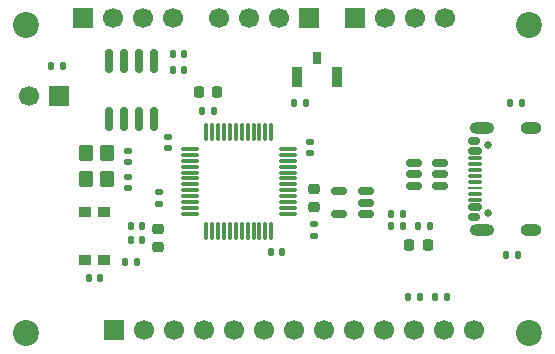
<source format=gbr>
%TF.GenerationSoftware,KiCad,Pcbnew,9.0.6-9.0.6~ubuntu24.04.1*%
%TF.CreationDate,2025-12-02T22:29:15-06:00*%
%TF.ProjectId,Kicad_stm32_1st,4b696361-645f-4737-946d-33325f317374,rev?*%
%TF.SameCoordinates,Original*%
%TF.FileFunction,Soldermask,Top*%
%TF.FilePolarity,Negative*%
%FSLAX46Y46*%
G04 Gerber Fmt 4.6, Leading zero omitted, Abs format (unit mm)*
G04 Created by KiCad (PCBNEW 9.0.6-9.0.6~ubuntu24.04.1) date 2025-12-02 22:29:15*
%MOMM*%
%LPD*%
G01*
G04 APERTURE LIST*
G04 Aperture macros list*
%AMRoundRect*
0 Rectangle with rounded corners*
0 $1 Rounding radius*
0 $2 $3 $4 $5 $6 $7 $8 $9 X,Y pos of 4 corners*
0 Add a 4 corners polygon primitive as box body*
4,1,4,$2,$3,$4,$5,$6,$7,$8,$9,$2,$3,0*
0 Add four circle primitives for the rounded corners*
1,1,$1+$1,$2,$3*
1,1,$1+$1,$4,$5*
1,1,$1+$1,$6,$7*
1,1,$1+$1,$8,$9*
0 Add four rect primitives between the rounded corners*
20,1,$1+$1,$2,$3,$4,$5,0*
20,1,$1+$1,$4,$5,$6,$7,0*
20,1,$1+$1,$6,$7,$8,$9,0*
20,1,$1+$1,$8,$9,$2,$3,0*%
G04 Aperture macros list end*
%ADD10RoundRect,0.135000X0.135000X0.185000X-0.135000X0.185000X-0.135000X-0.185000X0.135000X-0.185000X0*%
%ADD11RoundRect,0.135000X-0.135000X-0.185000X0.135000X-0.185000X0.135000X0.185000X-0.135000X0.185000X0*%
%ADD12RoundRect,0.140000X-0.140000X-0.170000X0.140000X-0.170000X0.140000X0.170000X-0.140000X0.170000X0*%
%ADD13RoundRect,0.140000X-0.170000X0.140000X-0.170000X-0.140000X0.170000X-0.140000X0.170000X0.140000X0*%
%ADD14RoundRect,0.135000X-0.185000X0.135000X-0.185000X-0.135000X0.185000X-0.135000X0.185000X0.135000X0*%
%ADD15RoundRect,0.140000X0.140000X0.170000X-0.140000X0.170000X-0.140000X-0.170000X0.140000X-0.170000X0*%
%ADD16RoundRect,0.218750X-0.256250X0.218750X-0.256250X-0.218750X0.256250X-0.218750X0.256250X0.218750X0*%
%ADD17RoundRect,0.140000X0.170000X-0.140000X0.170000X0.140000X-0.170000X0.140000X-0.170000X-0.140000X0*%
%ADD18RoundRect,0.225000X-0.225000X-0.250000X0.225000X-0.250000X0.225000X0.250000X-0.225000X0.250000X0*%
%ADD19RoundRect,0.150000X0.350000X-0.150000X0.350000X0.150000X-0.350000X0.150000X-0.350000X-0.150000X0*%
%ADD20RoundRect,0.062500X0.512500X-0.062500X0.512500X0.062500X-0.512500X0.062500X-0.512500X-0.062500X0*%
%ADD21C,0.650000*%
%ADD22RoundRect,0.150000X0.425000X-0.150000X0.425000X0.150000X-0.425000X0.150000X-0.425000X-0.150000X0*%
%ADD23RoundRect,0.075000X0.500000X-0.075000X0.500000X0.075000X-0.500000X0.075000X-0.500000X-0.075000X0*%
%ADD24O,2.100000X1.000000*%
%ADD25O,1.800000X1.000000*%
%ADD26RoundRect,0.218750X0.256250X-0.218750X0.256250X0.218750X-0.256250X0.218750X-0.256250X-0.218750X0*%
%ADD27RoundRect,0.218750X0.218750X0.256250X-0.218750X0.256250X-0.218750X-0.256250X0.218750X-0.256250X0*%
%ADD28C,2.200000*%
%ADD29RoundRect,0.075000X-0.075000X-0.662500X0.075000X-0.662500X0.075000X0.662500X-0.075000X0.662500X0*%
%ADD30RoundRect,0.075000X-0.662500X-0.075000X0.662500X-0.075000X0.662500X0.075000X-0.662500X0.075000X0*%
%ADD31RoundRect,0.150000X0.150000X-0.825000X0.150000X0.825000X-0.150000X0.825000X-0.150000X-0.825000X0*%
%ADD32R,1.700000X1.700000*%
%ADD33C,1.700000*%
%ADD34R,0.900000X1.700000*%
%ADD35R,0.800000X1.100000*%
%ADD36R,1.000000X0.900000*%
%ADD37RoundRect,0.250000X-0.350000X0.450000X-0.350000X-0.450000X0.350000X-0.450000X0.350000X0.450000X0*%
%ADD38RoundRect,0.150000X0.512500X0.150000X-0.512500X0.150000X-0.512500X-0.150000X0.512500X-0.150000X0*%
G04 APERTURE END LIST*
D10*
%TO.C,R4*%
X115400000Y-63400000D03*
X114380000Y-63400000D03*
%TD*%
D11*
%TO.C,R6*%
X108000000Y-79800000D03*
X109020000Y-79800000D03*
%TD*%
D10*
%TO.C,R7*%
X106710000Y-79800000D03*
X105690000Y-79800000D03*
%TD*%
%TO.C,R3*%
X115000000Y-76200000D03*
X113980000Y-76200000D03*
%TD*%
%TO.C,R5*%
X107620000Y-73800000D03*
X106600000Y-73800000D03*
%TD*%
D12*
%TO.C,C13*%
X104320000Y-73800000D03*
X105280000Y-73800000D03*
%TD*%
%TO.C,C12*%
X104320000Y-72800000D03*
X105280000Y-72800000D03*
%TD*%
D13*
%TO.C,C3*%
X97400000Y-66640000D03*
X97400000Y-67600000D03*
%TD*%
D14*
%TO.C,R9*%
X97800000Y-73600000D03*
X97800000Y-74620000D03*
%TD*%
D15*
%TO.C,C2*%
X95080000Y-76000000D03*
X94120000Y-76000000D03*
%TD*%
D12*
%TO.C,C4*%
X88320000Y-64000000D03*
X89280000Y-64000000D03*
%TD*%
%TO.C,C15*%
X85840000Y-60600000D03*
X86800000Y-60600000D03*
%TD*%
%TO.C,C14*%
X85840000Y-59200000D03*
X86800000Y-59200000D03*
%TD*%
D11*
%TO.C,R8*%
X75490000Y-60200000D03*
X76510000Y-60200000D03*
%TD*%
D15*
%TO.C,C9*%
X79680000Y-78200000D03*
X78720000Y-78200000D03*
%TD*%
D10*
%TO.C,R1*%
X82800000Y-76800000D03*
X81780000Y-76800000D03*
%TD*%
D15*
%TO.C,C8*%
X83200000Y-75000000D03*
X82240000Y-75000000D03*
%TD*%
%TO.C,C7*%
X83200000Y-73800000D03*
X82240000Y-73800000D03*
%TD*%
D16*
%TO.C,FB1*%
X84520000Y-74000000D03*
X84520000Y-75575000D03*
%TD*%
D17*
%TO.C,C6*%
X84600000Y-71880000D03*
X84600000Y-70920000D03*
%TD*%
%TO.C,C11*%
X82000000Y-70560000D03*
X82000000Y-69600000D03*
%TD*%
%TO.C,C10*%
X82000000Y-68400000D03*
X82000000Y-67440000D03*
%TD*%
%TO.C,C1*%
X85400000Y-67200000D03*
X85400000Y-66240000D03*
%TD*%
D18*
%TO.C,C5*%
X88025000Y-62400000D03*
X89575000Y-62400000D03*
%TD*%
D10*
%TO.C,R2*%
X97100000Y-63400000D03*
X96080000Y-63400000D03*
%TD*%
D19*
%TO.C,J1*%
X111300000Y-66600000D03*
X111300000Y-73000000D03*
X111300000Y-73000000D03*
X111300000Y-66600000D03*
D20*
X111410000Y-70550000D03*
D21*
X112485000Y-72690000D03*
X112485000Y-66910000D03*
D22*
X111410000Y-72200000D03*
D23*
X111410000Y-71050000D03*
X111410000Y-70050000D03*
X111410000Y-69550000D03*
X111410000Y-68550000D03*
D22*
X111410000Y-67400000D03*
X111410000Y-67400000D03*
D23*
X111410000Y-68050000D03*
X111410000Y-69050000D03*
X111410000Y-71550000D03*
D22*
X111410000Y-72200000D03*
D24*
X111985000Y-74120000D03*
D25*
X116165000Y-74120000D03*
D24*
X111985000Y-65480000D03*
D25*
X116165000Y-65480000D03*
%TD*%
D26*
%TO.C,D2*%
X97800000Y-72200000D03*
X97800000Y-70625000D03*
%TD*%
D27*
%TO.C,PWR*%
X105800000Y-75400000D03*
X107375000Y-75400000D03*
%TD*%
D28*
%TO.C,H1*%
X73400000Y-82800000D03*
%TD*%
%TO.C,H2*%
X73400000Y-56800000D03*
%TD*%
%TO.C,H3*%
X116000000Y-56800000D03*
%TD*%
%TO.C,H4*%
X116000000Y-82800000D03*
%TD*%
D29*
%TO.C,U2*%
X88650000Y-65837500D03*
X89150000Y-65837500D03*
X89650000Y-65837500D03*
X90150000Y-65837500D03*
X90650000Y-65837500D03*
X91150000Y-65837500D03*
X91650000Y-65837500D03*
X92150000Y-65837500D03*
X92650000Y-65837500D03*
X93150000Y-65837500D03*
X93650000Y-65837500D03*
X94150000Y-65837500D03*
D30*
X95562500Y-67250000D03*
X95562500Y-67750000D03*
X95562500Y-68250000D03*
X95562500Y-68750000D03*
X95562500Y-69250000D03*
X95562500Y-69750000D03*
X95562500Y-70250000D03*
X95562500Y-70750000D03*
X95562500Y-71250000D03*
X95562500Y-71750000D03*
X95562500Y-72250000D03*
X95562500Y-72750000D03*
D29*
X94150000Y-74162500D03*
X93650000Y-74162500D03*
X93150000Y-74162500D03*
X92650000Y-74162500D03*
X92150000Y-74162500D03*
X91650000Y-74162500D03*
X91150000Y-74162500D03*
X90650000Y-74162500D03*
X90150000Y-74162500D03*
X89650000Y-74162500D03*
X89150000Y-74162500D03*
X88650000Y-74162500D03*
D30*
X87237500Y-72750000D03*
X87237500Y-72250000D03*
X87237500Y-71750000D03*
X87237500Y-71250000D03*
X87237500Y-70750000D03*
X87237500Y-70250000D03*
X87237500Y-69750000D03*
X87237500Y-69250000D03*
X87237500Y-68750000D03*
X87237500Y-68250000D03*
X87237500Y-67750000D03*
X87237500Y-67250000D03*
%TD*%
D31*
%TO.C,U4*%
X80390000Y-59800000D03*
X81660000Y-59800000D03*
X82930000Y-59800000D03*
X84200000Y-59800000D03*
X84200000Y-64750000D03*
X82930000Y-64750000D03*
X81660000Y-64750000D03*
X80390000Y-64750000D03*
%TD*%
D32*
%TO.C,J5*%
X80860000Y-82600000D03*
D33*
X83400000Y-82600000D03*
X85940000Y-82600000D03*
X88480000Y-82600000D03*
X91020000Y-82600000D03*
X93560000Y-82600000D03*
X96100000Y-82600000D03*
X98640000Y-82600000D03*
X101180000Y-82600000D03*
X103720000Y-82600000D03*
X106260000Y-82600000D03*
X108800000Y-82600000D03*
X111340000Y-82600000D03*
%TD*%
D34*
%TO.C,BOOT*%
X99700000Y-61200000D03*
X96300000Y-61200000D03*
D35*
X98000000Y-59560000D03*
%TD*%
D32*
%TO.C,UART*%
X97340000Y-56200000D03*
D33*
X94800000Y-56200000D03*
X92260000Y-56200000D03*
X89720000Y-56200000D03*
%TD*%
D36*
%TO.C,RST*%
X78400000Y-76650000D03*
X78400000Y-72550000D03*
X80000000Y-76650000D03*
X80000000Y-72550000D03*
%TD*%
D32*
%TO.C,120R*%
X76200000Y-62800000D03*
D33*
X73660000Y-62800000D03*
%TD*%
D37*
%TO.C,Y1*%
X78500000Y-67600000D03*
X78500000Y-69800000D03*
X80200000Y-69800000D03*
X80200000Y-67600000D03*
%TD*%
D38*
%TO.C,U1*%
X108475000Y-70350000D03*
X108475000Y-69400000D03*
X108475000Y-68450000D03*
X106200000Y-68450000D03*
X106200000Y-69400000D03*
X106200000Y-70350000D03*
%TD*%
D32*
%TO.C,J2*%
X101200000Y-56200000D03*
D33*
X103740000Y-56200000D03*
X106280000Y-56200000D03*
X108820000Y-56200000D03*
%TD*%
D32*
%TO.C,CAN*%
X78200000Y-56200000D03*
D33*
X80740000Y-56200000D03*
X83280000Y-56200000D03*
X85820000Y-56200000D03*
%TD*%
D38*
%TO.C,U3*%
X102137500Y-72750000D03*
X102137500Y-71800000D03*
X102137500Y-70850000D03*
X99862500Y-70850000D03*
X99862500Y-72750000D03*
%TD*%
M02*

</source>
